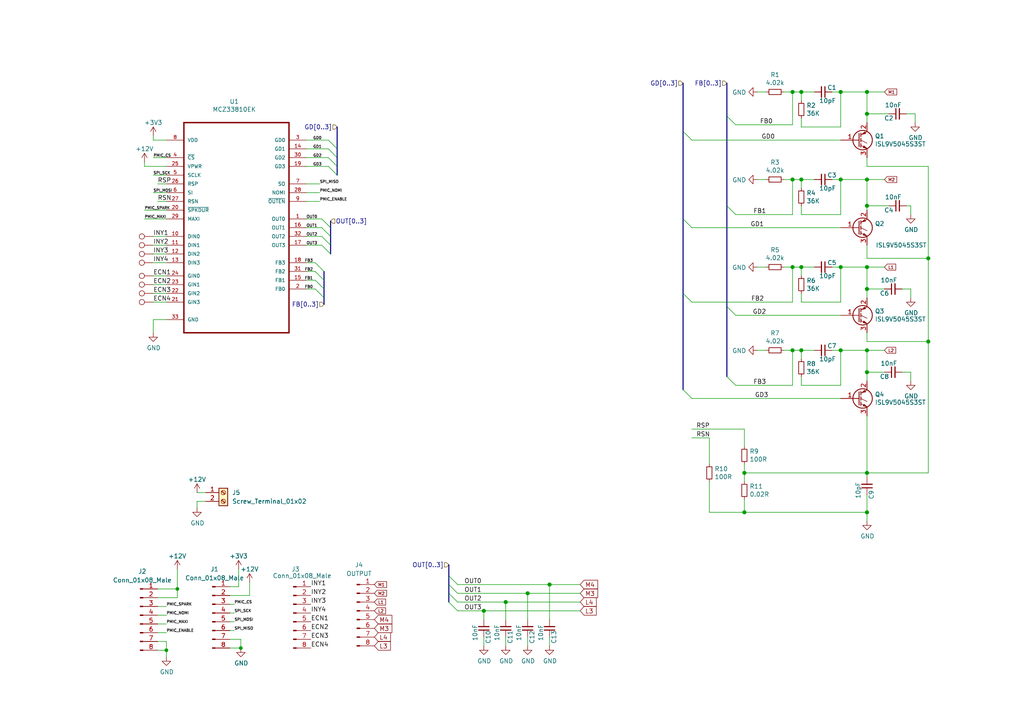
<source format=kicad_sch>
(kicad_sch (version 20211123) (generator eeschema)
  (paper "A4")
  (lib_symbols
    (symbol "Connector:Conn_01x08_Male" (pin_names (offset 1.016) hide)
      (property "Reference" "J" (at 0 10.16 0))
      (property "Value" "Conn_01x08_Male" (at 0 -12.7 0))
      (symbol "Conn_01x08_Male_1_1"
        (polyline (pts (xy 1.27 -10.16) (xy 0.8636 -10.16)) (stroke (width 0.1524)))
        (polyline (pts (xy 1.27 -7.62) (xy 0.8636 -7.62)) (stroke (width 0.1524)))
        (polyline (pts (xy 1.27 -5.08) (xy 0.8636 -5.08)) (stroke (width 0.1524)))
        (polyline (pts (xy 1.27 -2.54) (xy 0.8636 -2.54)) (stroke (width 0.1524)))
        (polyline (pts (xy 1.27 0) (xy 0.8636 0)) (stroke (width 0.1524)))
        (polyline (pts (xy 1.27 2.54) (xy 0.8636 2.54)) (stroke (width 0.1524)))
        (polyline (pts (xy 1.27 5.08) (xy 0.8636 5.08)) (stroke (width 0.1524)))
        (polyline (pts (xy 1.27 7.62) (xy 0.8636 7.62)) (stroke (width 0.1524)))
        (rectangle (start 0.8636 -10.033) (end 0 -10.287) (stroke (width 0.1524)) (fill (type outline)))
        (rectangle (start 0.8636 -7.493) (end 0 -7.747) (stroke (width 0.1524)) (fill (type outline)))
        (rectangle (start 0.8636 -4.953) (end 0 -5.207) (stroke (width 0.1524)) (fill (type outline)))
        (rectangle (start 0.8636 -2.413) (end 0 -2.667) (stroke (width 0.1524)) (fill (type outline)))
        (rectangle (start 0.8636 0.127) (end 0 -0.127) (stroke (width 0.1524)) (fill (type outline)))
        (rectangle (start 0.8636 2.667) (end 0 2.413) (stroke (width 0.1524)) (fill (type outline)))
        (rectangle (start 0.8636 5.207) (end 0 4.953) (stroke (width 0.1524)) (fill (type outline)))
        (rectangle (start 0.8636 7.747) (end 0 7.493) (stroke (width 0.1524)) (fill (type outline)))
        (pin passive line (at 5.08 7.62 180) (length 3.81) (name "Pin_1") (number "1"))
        (pin passive line (at 5.08 5.08 180) (length 3.81) (name "Pin_2") (number "2"))
        (pin passive line (at 5.08 2.54 180) (length 3.81) (name "Pin_3") (number "3"))
        (pin passive line (at 5.08 0 180) (length 3.81) (name "Pin_4") (number "4"))
        (pin passive line (at 5.08 -2.54 180) (length 3.81) (name "Pin_5") (number "5"))
        (pin passive line (at 5.08 -5.08 180) (length 3.81) (name "Pin_6") (number "6"))
        (pin passive line (at 5.08 -7.62 180) (length 3.81) (name "Pin_7") (number "7"))
        (pin passive line (at 5.08 -10.16 180) (length 3.81) (name "Pin_8") (number "8"))
      )
    )
    (symbol "Connector:Screw_Terminal_01x02" (pin_names (offset 1.016) hide)
      (property "Reference" "J" (at 0 2.54 0))
      (property "Value" "Screw_Terminal_01x02" (at 0 -5.08 0))
      (symbol "Screw_Terminal_01x02_1_1"
        (rectangle (start -1.27 1.27) (end 1.27 -3.81) (stroke (width 0.254)) (fill (type background)))
        (circle (center 0 -2.54) (radius 0.635) (stroke (width 0.1524)))
        (polyline (pts (xy -0.5334 -2.2098) (xy 0.3302 -3.048)) (stroke (width 0.1524)))
        (polyline (pts (xy -0.5334 0.3302) (xy 0.3302 -0.508)) (stroke (width 0.1524)))
        (polyline (pts (xy -0.3556 -2.032) (xy 0.508 -2.8702)) (stroke (width 0.1524)))
        (polyline (pts (xy -0.3556 0.508) (xy 0.508 -0.3302)) (stroke (width 0.1524)))
        (circle (center 0 0) (radius 0.635) (stroke (width 0.1524)))
        (pin passive line (at -5.08 0 0) (length 3.81) (name "Pin_1") (number "1"))
        (pin passive line (at -5.08 -2.54 0) (length 3.81) (name "Pin_2") (number "2"))
      )
    )
    (symbol "Connector:TestPoint" (pin_numbers hide) (pin_names (offset 0.762) hide)
      (property "Reference" "TP" (at 0 6.858 0))
      (property "Value" "TestPoint" (at 0 5.08 0))
      (symbol "TestPoint_0_1"
        (circle (center 0 3.302) (radius 0.762))
      )
      (symbol "TestPoint_1_1"
        (pin passive line (at 0 0 90) (length 2.54) (name "1") (number "1"))
      )
    )
    (symbol "Device:C_Small" (pin_numbers hide) (pin_names (offset 0.254) hide)
      (property "Reference" "C" (at 0.254 1.778 0))
      (property "Value" "C_Small" (at 0.254 -2.032 0))
      (symbol "C_Small_0_1"
        (polyline (pts (xy -1.524 -0.508) (xy 1.524 -0.508)) (stroke (width 0.3302)))
        (polyline (pts (xy -1.524 0.508) (xy 1.524 0.508)) (stroke (width 0.3048)))
      )
      (symbol "C_Small_1_1"
        (pin passive line (at 0 2.54 270) (length 2.032) (name "~") (number "1"))
        (pin passive line (at 0 -2.54 90) (length 2.032) (name "~") (number "2"))
      )
    )
    (symbol "Device:Q_NIGBT_GCE" (pin_names (offset 0) hide)
      (property "Reference" "Q" (at 5.08 1.27 0))
      (property "Value" "Q_NIGBT_GCE" (at 5.08 -1.27 0))
      (symbol "Q_NIGBT_GCE_0_1"
        (polyline (pts (xy 0.762 -1.016) (xy 0.762 -2.032)) (stroke (width 0.254)))
        (polyline (pts (xy 0.762 0.508) (xy 0.762 -0.508)) (stroke (width 0.254)))
        (polyline (pts (xy 0.762 2.032) (xy 0.762 1.016)) (stroke (width 0.254)))
        (polyline (pts (xy 2.54 -2.413) (xy 0.762 -1.524)))
        (polyline (pts (xy 2.54 -0.889) (xy 0.762 0)))
        (polyline (pts (xy 2.54 2.413) (xy 0.762 1.524)))
        (polyline (pts (xy 0.254 1.905) (xy 0.254 -1.905) (xy 0.254 -1.905)) (stroke (width 0.254)))
        (polyline (pts (xy 1.397 -2.159) (xy 1.651 -1.651) (xy 2.54 -2.413) (xy 1.397 -2.159)) (fill (type outline)))
        (polyline (pts (xy 2.159 1.905) (xy 1.905 2.413) (xy 1.016 1.651) (xy 2.159 1.905)) (fill (type outline)))
        (circle (center 1.27 0) (radius 2.8194) (stroke (width 0.254)))
      )
      (symbol "Q_NIGBT_GCE_1_1"
        (pin input line (at -5.08 0 0) (length 5.334) (name "G") (number "1"))
        (pin passive line (at 2.54 5.08 270) (length 2.54) (name "C") (number "2"))
        (pin passive line (at 2.54 -5.08 90) (length 2.54) (name "E") (number "3"))
      )
    )
    (symbol "Device:R_Small" (pin_numbers hide) (pin_names (offset 0.254) hide)
      (property "Reference" "R" (at 0.762 0.508 0))
      (property "Value" "R_Small" (at 0.762 -1.016 0))
      (symbol "R_Small_0_1"
        (rectangle (start -0.762 1.778) (end 0.762 -1.778) (stroke (width 0.2032)))
      )
      (symbol "R_Small_1_1"
        (pin passive line (at 0 2.54 270) (length 0.762) (name "~") (number "1"))
        (pin passive line (at 0 -2.54 90) (length 0.762) (name "~") (number "2"))
      )
    )
    (symbol "OpenEFI-STM32-rev3:MCZ33810EK" (pin_names (offset 1.016))
      (property "Reference" "U" (at -6.1722 37.8206 0))
      (property "Value" "MCZ33810EK" (at -3.3782 -45.1358 0))
      (symbol "MCZ33810EK_0_0"
        (polyline (pts (xy -15.875 -36.195) (xy 14.605 -36.195)) (stroke (width 0.4064)))
        (polyline (pts (xy -15.875 24.765) (xy -15.875 -36.195)) (stroke (width 0.4064)))
        (polyline (pts (xy 14.605 -36.195) (xy 14.605 24.765)) (stroke (width 0.4064)))
        (polyline (pts (xy 14.605 24.765) (xy -15.875 24.765)) (stroke (width 0.4064)))
        (pin output line (at 19.685 -3.175 180) (length 5.08) (name "OUT0") (number "1"))
        (pin input line (at -20.955 -8.255 0) (length 5.08) (name "DIN0") (number "10"))
        (pin input line (at -20.955 -10.795 0) (length 5.08) (name "DIN1") (number "11"))
        (pin input line (at -20.955 -13.335 0) (length 5.08) (name "DIN2") (number "12"))
        (pin input line (at -20.955 -15.875 0) (length 5.08) (name "DIN3") (number "13"))
        (pin output line (at 19.685 17.145 180) (length 5.08) (name "GD1") (number "14"))
        (pin input line (at 19.685 -20.955 180) (length 5.08) (name "FB1") (number "15"))
        (pin output line (at 19.685 -5.715 180) (length 5.08) (name "OUT1") (number "16"))
        (pin output line (at 19.685 -10.795 180) (length 5.08) (name "OUT3") (number "17"))
        (pin input line (at 19.685 -15.875 180) (length 5.08) (name "FB3") (number "18"))
        (pin output line (at 19.685 12.065 180) (length 5.08) (name "GD3") (number "19"))
        (pin input line (at 19.685 -23.495 180) (length 5.08) (name "FB0") (number "2"))
        (pin input line (at -20.955 -0.635 0) (length 5.08) (name "~{SPKDUR}") (number "20"))
        (pin input line (at -20.955 -27.305 0) (length 5.08) (name "GIN3") (number "21"))
        (pin input line (at -20.955 -24.765 0) (length 5.08) (name "GIN2") (number "22"))
        (pin input line (at -20.955 -22.225 0) (length 5.08) (name "GIN1") (number "23"))
        (pin input line (at -20.955 -19.685 0) (length 5.08) (name "GIN0") (number "24"))
        (pin input line (at -20.955 12.065 0) (length 5.08) (name "VPWR") (number "25"))
        (pin input line (at -20.955 6.985 0) (length 5.08) (name "RSP") (number "26"))
        (pin input line (at -20.955 1.905 0) (length 5.08) (name "RSN") (number "27"))
        (pin output line (at 19.685 4.445 180) (length 5.08) (name "NOMI") (number "28"))
        (pin input line (at -20.955 -3.175 0) (length 5.08) (name "MAXI") (number "29"))
        (pin output line (at 19.685 19.685 180) (length 5.08) (name "GD0") (number "3"))
        (pin output line (at 19.685 14.605 180) (length 5.08) (name "GD2") (number "30"))
        (pin input line (at 19.685 -18.415 180) (length 5.08) (name "FB2") (number "31"))
        (pin output line (at 19.685 -8.255 180) (length 5.08) (name "OUT2") (number "32"))
        (pin passive line (at -20.955 -32.385 0) (length 5.08) (name "GND") (number "33"))
        (pin input line (at -20.955 14.605 0) (length 5.08) (name "~{CS}") (number "4"))
        (pin input line (at -20.955 9.525 0) (length 5.08) (name "SCLK") (number "5"))
        (pin input line (at -20.955 4.445 0) (length 5.08) (name "SI") (number "6"))
        (pin output line (at 19.685 6.985 180) (length 5.08) (name "SO") (number "7"))
        (pin power_in line (at -20.955 19.685 0) (length 5.08) (name "VDD") (number "8"))
        (pin output line (at 19.685 1.905 180) (length 5.08) (name "~{OUTEN}") (number "9"))
      )
    )
    (symbol "power:+12V" (power) (pin_names (offset 0))
      (property "Value" "+12V" (at 0 3.556 0))
      (symbol "+12V_0_1"
        (polyline (pts (xy -0.762 1.27) (xy 0 2.54)))
        (polyline (pts (xy 0 0) (xy 0 2.54)))
        (polyline (pts (xy 0 2.54) (xy 0.762 1.27)))
      )
      (symbol "+12V_1_1"
        (pin power_in line (at 0 0 90) (length 0) hide (name "+12V") (number "1"))
      )
    )
    (symbol "power:+3.3V" (power) (pin_names (offset 0))
      (property "Value" "+3.3V" (at 0 3.556 0))
      (symbol "+3.3V_0_1"
        (polyline (pts (xy -0.762 1.27) (xy 0 2.54)))
        (polyline (pts (xy 0 0) (xy 0 2.54)))
        (polyline (pts (xy 0 2.54) (xy 0.762 1.27)))
      )
      (symbol "+3.3V_1_1"
        (pin power_in line (at 0 0 90) (length 0) hide (name "+3V3") (number "1"))
      )
    )
    (symbol "power:GND" (power) (pin_names (offset 0))
      (property "Value" "GND" (at 0 -3.81 0))
      (symbol "GND_0_1"
        (polyline (pts (xy 0 0) (xy 0 -1.27) (xy 1.27 -1.27) (xy 0 -2.54) (xy -1.27 -1.27) (xy 0 -1.27)))
      )
      (symbol "GND_1_1"
        (pin power_in line (at 0 0 270) (length 0) hide (name "GND") (number "1"))
      )
    )
  )
  (junction (at 229.87 52.07) (diameter 1.016))
  (junction (at 48.26 188.595))
  (junction (at 251.46 107.95) (diameter 1.016))
  (junction (at 146.685 174.625) (diameter 1.016))
  (junction (at 251.46 33.02) (diameter 1.016))
  (junction (at 215.9 148.59) (diameter 1.016))
  (junction (at 159.385 169.545) (diameter 1.016))
  (junction (at 243.84 77.47) (diameter 1.016))
  (junction (at 232.41 101.6) (diameter 1.016))
  (junction (at 251.46 148.59) (diameter 1.016))
  (junction (at 215.9 137.16) (diameter 1.016))
  (junction (at 243.84 101.6) (diameter 1.016))
  (junction (at 229.87 77.47) (diameter 1.016))
  (junction (at 243.84 52.07) (diameter 1.016))
  (junction (at 251.46 26.67) (diameter 1.016))
  (junction (at 251.46 137.16) (diameter 1.016))
  (junction (at 243.84 26.67) (diameter 1.016))
  (junction (at 269.24 74.93) (diameter 1.016))
  (junction (at 140.335 177.165) (diameter 1.016))
  (junction (at 269.24 99.06) (diameter 1.016))
  (junction (at 251.46 83.82) (diameter 1.016))
  (junction (at 229.87 101.6) (diameter 1.016))
  (junction (at 251.46 101.6) (diameter 1.016))
  (junction (at 232.41 26.67) (diameter 1.016))
  (junction (at 229.87 26.67) (diameter 1.016))
  (junction (at 251.46 77.47) (diameter 1.016))
  (junction (at 251.46 59.69) (diameter 1.016))
  (junction (at 51.435 170.815))
  (junction (at 251.46 52.07) (diameter 1.016))
  (junction (at 69.85 187.96))
  (junction (at 232.41 77.47) (diameter 1.016))
  (junction (at 153.035 172.085) (diameter 1.016))
  (junction (at 232.41 52.07) (diameter 1.016))
  (bus_entry (at 91.44 76.2) (size 2.54 2.54) (stroke (width 0.1524)))
  (bus_entry (at 95.25 40.64) (size 2.54 2.54) (stroke (width 0.1524)))
  (bus_entry (at 198.12 63.5) (size 2.54 2.54) (stroke (width 0.1524)))
  (bus_entry (at 210.82 33.655) (size 2.54 2.54) (stroke (width 0.1524)))
  (bus_entry (at 93.345 66.04) (size 2.54 2.54) (stroke (width 0.1524)))
  (bus_entry (at 198.12 113.03) (size 2.54 2.54) (stroke (width 0.1524)))
  (bus_entry (at 95.25 48.26) (size 2.54 2.54) (stroke (width 0.1524)))
  (bus_entry (at 91.44 81.28) (size 2.54 2.54) (stroke (width 0.1524)))
  (bus_entry (at 198.12 38.1) (size 2.54 2.54) (stroke (width 0.1524)))
  (bus_entry (at 130.175 169.545) (size 2.54 2.54) (stroke (width 0.1524)))
  (bus_entry (at 210.82 109.22) (size 2.54 2.54) (stroke (width 0.1524)))
  (bus_entry (at 130.175 172.085) (size 2.54 2.54) (stroke (width 0.1524)))
  (bus_entry (at 93.345 63.5) (size 2.54 2.54) (stroke (width 0.1524)))
  (bus_entry (at 91.44 83.82) (size 2.54 2.54) (stroke (width 0.1524)))
  (bus_entry (at 95.25 43.18) (size 2.54 2.54) (stroke (width 0.1524)))
  (bus_entry (at 93.345 71.12) (size 2.54 2.54) (stroke (width 0.1524)))
  (bus_entry (at 130.175 167.005) (size 2.54 2.54) (stroke (width 0.1524)))
  (bus_entry (at 93.345 68.58) (size 2.54 2.54) (stroke (width 0.1524)))
  (bus_entry (at 198.12 85.09) (size 2.54 2.54) (stroke (width 0.1524)))
  (bus_entry (at 210.82 88.9) (size 2.54 2.54) (stroke (width 0.1524)))
  (bus_entry (at 210.82 59.69) (size 2.54 2.54) (stroke (width 0.1524)))
  (bus_entry (at 95.25 45.72) (size 2.54 2.54) (stroke (width 0.1524)))
  (bus_entry (at 130.175 174.625) (size 2.54 2.54) (stroke (width 0.1524)))
  (bus_entry (at 91.44 78.74) (size 2.54 2.54) (stroke (width 0.1524)))
  (wire (pts (xy 219.71 101.6) (xy 222.25 101.6)))
  (wire (pts (xy 69.215 170.18) (xy 66.675 170.18)))
  (wire (pts (xy 88.9 66.04) (xy 93.345 66.04)))
  (wire (pts (xy 243.84 52.07) (xy 241.3 52.07)))
  (wire (pts (xy 200.66 124.46) (xy 215.9 124.46)))
  (wire (pts (xy 229.87 52.07) (xy 229.87 62.23)))
  (wire (pts (xy 45.72 186.055) (xy 48.26 186.055)))
  (wire (pts (xy 256.54 107.95) (xy 251.46 107.95)))
  (wire (pts (xy 262.89 33.02) (xy 265.43 33.02)))
  (bus (pts (xy 198.12 38.1) (xy 198.12 63.5)))
  (wire (pts (xy 72.39 168.91) (xy 72.39 172.72)))
  (wire (pts (xy 227.33 77.47) (xy 229.87 77.47)))
  (wire (pts (xy 215.9 148.59) (xy 251.46 148.59)))
  (wire (pts (xy 45.72 178.435) (xy 48.26 178.435)))
  (wire (pts (xy 264.16 59.69) (xy 264.16 62.23)))
  (wire (pts (xy 66.675 180.34) (xy 67.945 180.34)))
  (wire (pts (xy 251.46 59.69) (xy 251.46 60.96)))
  (wire (pts (xy 48.26 188.595) (xy 48.26 190.5)))
  (wire (pts (xy 69.215 165.1) (xy 69.215 170.18)))
  (bus (pts (xy 93.98 78.74) (xy 93.98 81.28)))
  (wire (pts (xy 269.24 48.26) (xy 269.24 74.93)))
  (bus (pts (xy 97.79 48.26) (xy 97.79 50.8)))
  (wire (pts (xy 243.84 52.07) (xy 243.84 62.23)))
  (wire (pts (xy 153.035 172.085) (xy 168.275 172.085)))
  (wire (pts (xy 251.46 26.67) (xy 251.46 33.02)))
  (wire (pts (xy 146.685 174.625) (xy 146.685 179.705)))
  (wire (pts (xy 200.66 87.63) (xy 229.87 87.63)))
  (wire (pts (xy 251.46 148.59) (xy 251.46 151.13)))
  (wire (pts (xy 232.41 77.47) (xy 236.22 77.47)))
  (wire (pts (xy 159.385 184.785) (xy 159.385 187.325)))
  (wire (pts (xy 66.675 185.42) (xy 69.85 185.42)))
  (bus (pts (xy 130.175 169.545) (xy 130.175 172.085)))
  (wire (pts (xy 51.435 165.1) (xy 51.435 170.815)))
  (bus (pts (xy 95.885 68.58) (xy 95.885 71.12)))
  (wire (pts (xy 229.87 77.47) (xy 232.41 77.47)))
  (wire (pts (xy 44.45 82.55) (xy 48.26 82.55)))
  (wire (pts (xy 251.46 120.65) (xy 251.46 137.16)))
  (wire (pts (xy 219.71 26.67) (xy 222.25 26.67)))
  (wire (pts (xy 132.715 174.625) (xy 146.685 174.625)))
  (bus (pts (xy 93.98 83.82) (xy 93.98 86.36)))
  (bus (pts (xy 210.82 24.13) (xy 210.82 33.655)))
  (wire (pts (xy 232.41 29.21) (xy 232.41 26.67)))
  (wire (pts (xy 227.33 101.6) (xy 229.87 101.6)))
  (wire (pts (xy 51.435 170.815) (xy 51.435 173.355)))
  (wire (pts (xy 44.45 73.66) (xy 48.26 73.66)))
  (wire (pts (xy 251.46 99.06) (xy 269.24 99.06)))
  (wire (pts (xy 243.84 101.6) (xy 243.84 111.76)))
  (wire (pts (xy 229.87 77.47) (xy 229.87 87.63)))
  (wire (pts (xy 153.035 172.085) (xy 153.035 179.705)))
  (wire (pts (xy 251.46 45.72) (xy 251.46 48.26)))
  (wire (pts (xy 232.41 87.63) (xy 232.41 85.09)))
  (wire (pts (xy 88.9 71.12) (xy 93.345 71.12)))
  (wire (pts (xy 229.87 101.6) (xy 232.41 101.6)))
  (wire (pts (xy 45.72 58.42) (xy 48.26 58.42)))
  (wire (pts (xy 200.66 40.64) (xy 243.84 40.64)))
  (wire (pts (xy 215.9 144.78) (xy 215.9 148.59)))
  (wire (pts (xy 251.46 77.47) (xy 256.54 77.47)))
  (wire (pts (xy 88.9 40.64) (xy 95.25 40.64)))
  (wire (pts (xy 219.71 52.07) (xy 222.25 52.07)))
  (wire (pts (xy 229.87 26.67) (xy 232.41 26.67)))
  (wire (pts (xy 251.46 96.52) (xy 251.46 99.06)))
  (wire (pts (xy 213.36 36.195) (xy 229.87 36.195)))
  (wire (pts (xy 88.9 58.42) (xy 92.71 58.42)))
  (wire (pts (xy 44.45 96.52) (xy 44.45 92.71)))
  (wire (pts (xy 45.72 175.895) (xy 48.26 175.895)))
  (bus (pts (xy 97.79 36.83) (xy 97.79 43.18)))
  (wire (pts (xy 41.91 60.96) (xy 48.26 60.96)))
  (wire (pts (xy 205.74 148.59) (xy 215.9 148.59)))
  (wire (pts (xy 88.9 68.58) (xy 93.345 68.58)))
  (wire (pts (xy 88.9 78.74) (xy 91.44 78.74)))
  (bus (pts (xy 95.885 64.135) (xy 95.885 66.04)))
  (wire (pts (xy 44.45 55.88) (xy 48.26 55.88)))
  (wire (pts (xy 88.9 53.34) (xy 92.71 53.34)))
  (bus (pts (xy 130.175 167.005) (xy 130.175 169.545)))
  (wire (pts (xy 205.74 139.7) (xy 205.74 148.59)))
  (wire (pts (xy 146.685 174.625) (xy 168.275 174.625)))
  (wire (pts (xy 45.72 188.595) (xy 48.26 188.595)))
  (wire (pts (xy 88.9 63.5) (xy 93.345 63.5)))
  (wire (pts (xy 261.62 107.95) (xy 264.16 107.95)))
  (wire (pts (xy 243.84 26.67) (xy 243.84 36.83)))
  (wire (pts (xy 232.41 101.6) (xy 236.22 101.6)))
  (wire (pts (xy 257.81 59.69) (xy 251.46 59.69)))
  (wire (pts (xy 66.675 187.96) (xy 69.85 187.96)))
  (wire (pts (xy 88.9 48.26) (xy 95.25 48.26)))
  (wire (pts (xy 232.41 62.23) (xy 232.41 59.69)))
  (wire (pts (xy 132.715 177.165) (xy 140.335 177.165)))
  (wire (pts (xy 251.46 77.47) (xy 251.46 83.82)))
  (wire (pts (xy 251.46 137.16) (xy 251.46 138.43)))
  (bus (pts (xy 93.98 81.28) (xy 93.98 83.82)))
  (wire (pts (xy 262.89 59.69) (xy 264.16 59.69)))
  (bus (pts (xy 97.79 45.72) (xy 97.79 48.26)))
  (bus (pts (xy 130.175 172.085) (xy 130.175 174.625)))
  (wire (pts (xy 205.74 127) (xy 205.74 134.62)))
  (wire (pts (xy 251.46 52.07) (xy 256.54 52.07)))
  (wire (pts (xy 243.84 101.6) (xy 251.46 101.6)))
  (bus (pts (xy 210.82 88.9) (xy 210.82 109.22)))
  (wire (pts (xy 44.45 76.2) (xy 48.26 76.2)))
  (wire (pts (xy 251.46 52.07) (xy 251.46 59.69)))
  (wire (pts (xy 251.46 83.82) (xy 251.46 86.36)))
  (wire (pts (xy 243.84 77.47) (xy 243.84 87.63)))
  (wire (pts (xy 51.435 173.355) (xy 45.72 173.355)))
  (wire (pts (xy 243.84 36.83) (xy 232.41 36.83)))
  (bus (pts (xy 210.82 33.655) (xy 210.82 59.69)))
  (wire (pts (xy 44.45 39.37) (xy 44.45 40.64)))
  (wire (pts (xy 44.45 68.58) (xy 48.26 68.58)))
  (wire (pts (xy 45.72 53.34) (xy 48.26 53.34)))
  (wire (pts (xy 44.45 80.01) (xy 48.26 80.01)))
  (wire (pts (xy 88.9 55.88) (xy 92.71 55.88)))
  (wire (pts (xy 66.675 182.88) (xy 67.945 182.88)))
  (wire (pts (xy 66.675 177.8) (xy 67.945 177.8)))
  (wire (pts (xy 41.91 48.26) (xy 48.26 48.26)))
  (wire (pts (xy 251.46 101.6) (xy 251.46 107.95)))
  (wire (pts (xy 45.72 183.515) (xy 48.26 183.515)))
  (wire (pts (xy 215.9 124.46) (xy 215.9 129.54)))
  (wire (pts (xy 48.26 186.055) (xy 48.26 188.595)))
  (wire (pts (xy 57.15 142.875) (xy 59.69 142.875)))
  (bus (pts (xy 198.12 24.13) (xy 198.12 38.1)))
  (wire (pts (xy 229.87 101.6) (xy 229.87 111.76)))
  (wire (pts (xy 215.9 137.16) (xy 251.46 137.16)))
  (wire (pts (xy 243.84 101.6) (xy 241.3 101.6)))
  (wire (pts (xy 146.685 184.785) (xy 146.685 187.325)))
  (wire (pts (xy 215.9 134.62) (xy 215.9 137.16)))
  (wire (pts (xy 227.33 52.07) (xy 229.87 52.07)))
  (wire (pts (xy 232.41 111.76) (xy 232.41 109.22)))
  (wire (pts (xy 264.16 83.82) (xy 264.16 86.36)))
  (wire (pts (xy 45.72 180.975) (xy 48.26 180.975)))
  (wire (pts (xy 257.81 33.02) (xy 251.46 33.02)))
  (wire (pts (xy 132.715 169.545) (xy 159.385 169.545)))
  (wire (pts (xy 229.87 26.67) (xy 229.87 36.195)))
  (wire (pts (xy 69.85 185.42) (xy 69.85 187.96)))
  (wire (pts (xy 243.84 52.07) (xy 251.46 52.07)))
  (wire (pts (xy 88.9 81.28) (xy 91.44 81.28)))
  (wire (pts (xy 251.46 101.6) (xy 256.54 101.6)))
  (wire (pts (xy 140.335 184.785) (xy 140.335 187.325)))
  (wire (pts (xy 213.36 62.23) (xy 229.87 62.23)))
  (wire (pts (xy 243.84 111.76) (xy 232.41 111.76)))
  (wire (pts (xy 140.335 177.165) (xy 168.275 177.165)))
  (wire (pts (xy 243.84 77.47) (xy 251.46 77.47)))
  (wire (pts (xy 251.46 33.02) (xy 251.46 35.56)))
  (bus (pts (xy 210.82 59.69) (xy 210.82 88.9)))
  (wire (pts (xy 44.45 71.12) (xy 48.26 71.12)))
  (wire (pts (xy 243.84 77.47) (xy 241.3 77.47)))
  (wire (pts (xy 264.16 107.95) (xy 264.16 110.49)))
  (wire (pts (xy 251.46 48.26) (xy 269.24 48.26)))
  (wire (pts (xy 45.72 170.815) (xy 51.435 170.815)))
  (wire (pts (xy 66.675 175.26) (xy 67.945 175.26)))
  (wire (pts (xy 229.87 52.07) (xy 232.41 52.07)))
  (wire (pts (xy 88.9 43.18) (xy 95.25 43.18)))
  (bus (pts (xy 95.885 71.12) (xy 95.885 73.66)))
  (wire (pts (xy 88.9 83.82) (xy 91.44 83.82)))
  (wire (pts (xy 269.24 99.06) (xy 269.24 137.16)))
  (wire (pts (xy 72.39 172.72) (xy 66.675 172.72)))
  (wire (pts (xy 159.385 169.545) (xy 168.275 169.545)))
  (wire (pts (xy 44.45 87.63) (xy 48.26 87.63)))
  (bus (pts (xy 198.12 63.5) (xy 198.12 85.09)))
  (wire (pts (xy 269.24 74.93) (xy 269.24 99.06)))
  (wire (pts (xy 232.41 104.14) (xy 232.41 101.6)))
  (wire (pts (xy 200.66 115.57) (xy 243.84 115.57)))
  (wire (pts (xy 243.84 62.23) (xy 232.41 62.23)))
  (wire (pts (xy 44.45 45.72) (xy 48.26 45.72)))
  (wire (pts (xy 41.91 46.99) (xy 41.91 48.26)))
  (wire (pts (xy 251.46 74.93) (xy 269.24 74.93)))
  (wire (pts (xy 232.41 80.01) (xy 232.41 77.47)))
  (wire (pts (xy 41.91 63.5) (xy 48.26 63.5)))
  (bus (pts (xy 93.98 86.36) (xy 93.98 88.265)))
  (wire (pts (xy 213.36 111.76) (xy 229.87 111.76)))
  (wire (pts (xy 251.46 71.12) (xy 251.46 74.93)))
  (bus (pts (xy 130.175 163.83) (xy 130.175 167.005)))
  (wire (pts (xy 261.62 83.82) (xy 264.16 83.82)))
  (wire (pts (xy 232.41 52.07) (xy 236.22 52.07)))
  (wire (pts (xy 153.035 184.785) (xy 153.035 187.325)))
  (wire (pts (xy 88.9 45.72) (xy 95.25 45.72)))
  (bus (pts (xy 97.79 43.18) (xy 97.79 45.72)))
  (wire (pts (xy 88.9 76.2) (xy 91.44 76.2)))
  (wire (pts (xy 57.15 145.415) (xy 59.69 145.415)))
  (wire (pts (xy 213.36 91.44) (xy 243.84 91.44)))
  (wire (pts (xy 251.46 107.95) (xy 251.46 110.49)))
  (wire (pts (xy 159.385 169.545) (xy 159.385 179.705)))
  (wire (pts (xy 243.84 26.67) (xy 241.3 26.67)))
  (wire (pts (xy 44.45 50.8) (xy 48.26 50.8)))
  (wire (pts (xy 57.15 147.32) (xy 57.15 145.415)))
  (wire (pts (xy 44.45 92.71) (xy 48.26 92.71)))
  (wire (pts (xy 232.41 36.83) (xy 232.41 34.29)))
  (wire (pts (xy 232.41 26.67) (xy 236.22 26.67)))
  (wire (pts (xy 243.84 26.67) (xy 251.46 26.67)))
  (wire (pts (xy 44.45 40.64) (xy 48.26 40.64)))
  (wire (pts (xy 219.71 77.47) (xy 222.25 77.47)))
  (wire (pts (xy 269.24 137.16) (xy 251.46 137.16)))
  (wire (pts (xy 200.66 66.04) (xy 243.84 66.04)))
  (wire (pts (xy 132.715 172.085) (xy 153.035 172.085)))
  (wire (pts (xy 256.54 83.82) (xy 251.46 83.82)))
  (wire (pts (xy 215.9 137.16) (xy 215.9 139.7)))
  (wire (pts (xy 265.43 33.02) (xy 265.43 35.56)))
  (wire (pts (xy 140.335 177.165) (xy 140.335 179.705)))
  (wire (pts (xy 232.41 54.61) (xy 232.41 52.07)))
  (wire (pts (xy 227.33 26.67) (xy 229.87 26.67)))
  (bus (pts (xy 95.885 66.04) (xy 95.885 68.58)))
  (bus (pts (xy 198.12 85.09) (xy 198.12 113.03)))
  (wire (pts (xy 200.66 127) (xy 205.74 127)))
  (wire (pts (xy 251.46 143.51) (xy 251.46 148.59)))
  (wire (pts (xy 44.45 85.09) (xy 48.26 85.09)))
  (wire (pts (xy 251.46 26.67) (xy 256.54 26.67)))
  (wire (pts (xy 243.84 87.63) (xy 232.41 87.63)))
  (label "SPI_MISO" (at 67.945 182.88 0) (effects (font (size 0.7874 0.7874))))
  (label "INY4" (at 44.45 76.2 0))
  (label "PMIC_NOMI" (at 48.26 178.435 0) (effects (font (size 0.7874 0.7874))))
  (label "PMIC_SPARK" (at 48.26 175.895 0) (effects (font (size 0.7874 0.7874))))
  (label "PMIC_ENABLE" (at 48.26 183.515 0) (effects (font (size 0.7874 0.7874))))
  (label "SPI_MISO" (at 92.71 53.34 0) (effects (font (size 0.7874 0.7874))))
  (label "ECN2" (at 44.45 82.55 0))
  (label "GD1" (at 93.345 43.18 180) (effects (font (size 0.8 0.8))))
  (label "INY3" (at 90.17 175.26 0))
  (label "GD1" (at 221.615 66.04 180))
  (label "PMIC_ENABLE" (at 92.71 58.42 0) (effects (font (size 0.7874 0.7874))))
  (label "SPI_MOSI" (at 44.45 55.88 0) (effects (font (size 0.7874 0.7874))))
  (label "OUT0" (at 92.075 63.5 180) (effects (font (size 0.8 0.8))))
  (label "SPI_SCK" (at 67.945 177.8 0) (effects (font (size 0.7874 0.7874))))
  (label "FB1" (at 222.25 62.23 180))
  (label "INY2" (at 90.17 172.72 0))
  (label "ECN3" (at 90.17 185.42 0))
  (label "GD0" (at 93.345 40.64 180) (effects (font (size 0.8 0.8))))
  (label "RSP" (at 45.72 53.34 0))
  (label "OUT3" (at 92.075 71.12 180) (effects (font (size 0.8 0.8))))
  (label "FB1" (at 90.805 81.28 180) (effects (font (size 0.8 0.8))))
  (label "PMIC_CS" (at 44.45 45.72 0) (effects (font (size 0.7874 0.7874))))
  (label "SPI_MOSI" (at 67.945 180.34 0) (effects (font (size 0.7874 0.7874))))
  (label "INY1" (at 90.17 170.18 0))
  (label "PMIC_CS" (at 67.945 175.26 0) (effects (font (size 0.7874 0.7874))))
  (label "ECN4" (at 44.45 87.63 0))
  (label "ECN4" (at 90.17 187.96 0))
  (label "OUT1" (at 139.7 172.085 180))
  (label "OUT0" (at 139.7 169.545 180))
  (label "GD2" (at 93.345 45.72 180) (effects (font (size 0.8 0.8))))
  (label "SPI_SCK" (at 44.45 50.8 0) (effects (font (size 0.7874 0.7874))))
  (label "PMIC_NOMI" (at 92.71 55.88 0) (effects (font (size 0.7874 0.7874))))
  (label "PMIC_MAXI" (at 41.91 63.5 0) (effects (font (size 0.7874 0.7874))))
  (label "OUT2" (at 92.075 68.58 180) (effects (font (size 0.8 0.8))))
  (label "FB2" (at 221.615 87.63 180))
  (label "PMIC_SPARK" (at 41.91 60.96 0) (effects (font (size 0.7874 0.7874))))
  (label "INY3" (at 44.45 73.66 0))
  (label "GD2" (at 222.25 91.44 180))
  (label "FB0" (at 224.155 36.195 180))
  (label "FB0" (at 90.805 83.82 180) (effects (font (size 0.8 0.8))))
  (label "ECN1" (at 90.17 180.34 0))
  (label "INY2" (at 44.45 71.12 0))
  (label "INY4" (at 90.17 177.8 0))
  (label "GD0" (at 224.79 40.64 180))
  (label "RSN" (at 201.93 127 0))
  (label "PMIC_MAXI" (at 48.26 180.975 0) (effects (font (size 0.7874 0.7874))))
  (label "INY1" (at 44.45 68.58 0))
  (label "OUT3" (at 139.7 177.165 180))
  (label "RSP" (at 201.93 124.46 0))
  (label "ECN1" (at 44.45 80.01 0))
  (label "FB2" (at 90.805 78.74 180) (effects (font (size 0.8 0.8))))
  (label "ECN3" (at 44.45 85.09 0))
  (label "FB3" (at 90.805 76.2 180) (effects (font (size 0.8 0.8))))
  (label "GD3" (at 222.885 115.57 180))
  (label "GD3" (at 93.345 48.26 180) (effects (font (size 0.8 0.8))))
  (label "RSN" (at 45.72 58.42 0))
  (label "OUT1" (at 92.075 66.04 180) (effects (font (size 0.8 0.8))))
  (label "FB3" (at 222.25 111.76 180))
  (label "OUT2" (at 139.7 174.625 180))
  (label "ECN2" (at 90.17 182.88 0))
  (global_label "L3" (shape input) (at 168.275 177.165 0) (property "Intersheet References" "${INTERSHEET_REFS}" (effects hide)))
  (global_label "L4" (shape input) (at 108.585 184.785 0) (property "Intersheet References" "${INTERSHEET_REFS}" (effects hide)))
  (global_label "M4" (shape input) (at 108.585 179.705 0) (property "Intersheet References" "${INTERSHEET_REFS}" (effects hide)))
  (global_label "L3" (shape input) (at 108.585 187.325 0) (property "Intersheet References" "${INTERSHEET_REFS}" (effects hide)))
  (global_label "M4" (shape input) (at 168.275 169.545 0) (property "Intersheet References" "${INTERSHEET_REFS}" (effects hide)))
  (global_label "L4" (shape input) (at 168.275 174.625 0) (property "Intersheet References" "${INTERSHEET_REFS}" (effects hide)))
  (global_label "M1" (shape input) (at 108.585 169.545 0) (effects (font (size 0.889 0.889))) (property "Intersheet References" "${INTERSHEET_REFS}" (effects hide)))
  (global_label "L2" (shape input) (at 256.54 101.6 0) (effects (font (size 0.889 0.889))) (property "Intersheet References" "${INTERSHEET_REFS}" (effects hide)))
  (global_label "M2" (shape input) (at 108.585 172.085 0) (effects (font (size 0.889 0.889))) (property "Intersheet References" "${INTERSHEET_REFS}" (effects hide)))
  (global_label "L1" (shape input) (at 108.585 174.625 0) (effects (font (size 0.889 0.889))) (property "Intersheet References" "${INTERSHEET_REFS}" (effects hide)))
  (global_label "M3" (shape input) (at 168.275 172.085 0) (property "Intersheet References" "${INTERSHEET_REFS}" (effects hide)))
  (global_label "M2" (shape input) (at 256.54 52.07 0) (effects (font (size 0.889 0.889))) (property "Intersheet References" "${INTERSHEET_REFS}" (effects hide)))
  (global_label "L2" (shape input) (at 108.585 177.165 0) (effects (font (size 0.889 0.889))) (property "Intersheet References" "${INTERSHEET_REFS}" (effects hide)))
  (global_label "M3" (shape input) (at 108.585 182.245 0) (property "Intersheet References" "${INTERSHEET_REFS}" (effects hide)))
  (global_label "M1" (shape input) (at 256.54 26.67 0) (effects (font (size 0.889 0.889))) (property "Intersheet References" "${INTERSHEET_REFS}" (effects hide)))
  (global_label "L1" (shape input) (at 256.54 77.47 0) (effects (font (size 0.889 0.889))) (property "Intersheet References" "${INTERSHEET_REFS}" (effects hide)))
  (hierarchical_label "GD[0..3]" (shape input) (at 198.12 24.13 180))
  (hierarchical_label "OUT[0..3]" (shape input) (at 130.175 163.83 180))
  (hierarchical_label "OUT[0..3]" (shape input) (at 95.885 64.135 0))
  (hierarchical_label "FB[0..3]" (shape input) (at 93.98 88.265 180))
  (hierarchical_label "GD[0..3]" (shape input) (at 97.79 36.83 180))
  (hierarchical_label "FB[0..3]" (shape input) (at 210.82 24.13 180))
  (symbol (lib_id "Device:C_Small") (at 159.385 182.245 0) (mirror x) (unit 1)
    (property "Reference" "C13" (at 160.655 184.785 90))
    (property "Value" "10nF" (at 156.845 183.515 90))
    (property "Footprint" "Capacitor_SMD:C_0603_1608Metric" (effects hide))
    (property "LCSC" "C100042" (effects hide))
  )
  (symbol (lib_id "power:GND") (at 44.45 96.52 0) (unit 1)
    (property "Reference" "#PWR0107" (effects hide))
    (property "Value" "GND" (at 44.577 100.9142 0))
  )
  (symbol (lib_id "Connector:Conn_01x08_Male") (at 85.09 177.8 0) (unit 1)
    (property "Reference" "J3" (at 85.725 165.1 0))
    (property "Value" "Conn_01x08_Male" (at 87.63 167.005 0))
    (property "Footprint" "Connector_PinHeader_1.00mm:PinHeader_1x08_P1.00mm_Vertical" (effects hide))
  )
  (symbol (lib_id "power:+12V") (at 72.39 168.91 0) (unit 1)
    (property "Reference" "#PWR05" (effects hide))
    (property "Value" "+12V" (at 72.39 165.1 0))
  )
  (symbol (lib_id "Device:C_Small") (at 140.335 182.245 0) (mirror x) (unit 1)
    (property "Reference" "C10" (at 141.605 184.785 90))
    (property "Value" "10nF" (at 137.795 183.515 90))
    (property "Footprint" "Capacitor_SMD:C_0603_1608Metric" (effects hide))
    (property "LCSC" "C100042" (effects hide))
  )
  (symbol (lib_id "Connector:Conn_01x08_Male") (at 40.64 178.435 0) (unit 1)
    (property "Reference" "J2" (at 41.275 165.735 0))
    (property "Value" "Conn_01x08_Male" (at 41.275 168.275 0))
    (property "Footprint" "Connector_PinHeader_1.00mm:PinHeader_1x08_P1.00mm_Vertical" (effects hide))
  )
  (symbol (lib_id "power:GND") (at 48.26 190.5 0) (unit 1)
    (property "Reference" "#PWR07" (effects hide))
    (property "Value" "GND" (at 48.387 194.8942 0))
  )
  (symbol (lib_id "Device:C_Small") (at 146.685 182.245 0) (mirror x) (unit 1)
    (property "Reference" "C11" (at 147.955 184.785 90))
    (property "Value" "10nF" (at 144.145 183.515 90))
    (property "Footprint" "Capacitor_SMD:C_0603_1608Metric" (effects hide))
    (property "LCSC" "C100042" (effects hide))
  )
  (symbol (lib_id "Device:R_Small") (at 232.41 106.68 0) (unit 1)
    (property "Reference" "R8" (at 233.9086 105.5116 0) (effects (justify left)))
    (property "Value" "36K" (at 233.9086 107.823 0) (effects (justify left)))
    (property "Footprint" "Resistor_SMD:R_0603_1608Metric" (effects hide))
    (property "LCSC" "C192548" (effects hide))
  )
  (symbol (lib_id "Device:R_Small") (at 224.79 77.47 90) (unit 1)
    (property "Reference" "R5" (at 224.79 72.4916 90))
    (property "Value" "4.02k" (at 224.79 74.803 90))
    (property "Footprint" "Resistor_SMD:R_0603_1608Metric" (effects hide))
    (property "LCSC" "C23040" (effects hide))
  )
  (symbol (lib_id "Device:C_Small") (at 259.08 83.82 90) (mirror x) (unit 1)
    (property "Reference" "C6" (at 256.54 85.09 90))
    (property "Value" "10nF" (at 257.81 81.28 90))
    (property "Footprint" "Capacitor_SMD:C_0603_1608Metric" (effects hide))
    (property "LCSC" "C100042" (effects hide))
  )
  (symbol (lib_id "Device:C_Small") (at 260.35 59.69 90) (mirror x) (unit 1)
    (property "Reference" "C4" (at 257.81 60.96 90))
    (property "Value" "10nF" (at 259.08 57.15 90))
    (property "Footprint" "Capacitor_SMD:C_0603_1608Metric" (effects hide))
    (property "LCSC" "C100042" (effects hide))
  )
  (symbol (lib_id "Device:R_Small") (at 232.41 82.55 0) (unit 1)
    (property "Reference" "R6" (at 233.9086 81.3816 0) (effects (justify left)))
    (property "Value" "36K" (at 233.9086 83.693 0) (effects (justify left)))
    (property "Footprint" "Resistor_SMD:R_0603_1608Metric" (effects hide))
    (property "LCSC" "C192548" (effects hide))
  )
  (symbol (lib_id "power:GND") (at 57.15 147.32 0) (unit 1)
    (property "Reference" "#PWR02" (effects hide))
    (property "Value" "GND" (at 57.277 151.7142 0))
  )
  (symbol (lib_id "power:+12V") (at 57.15 142.875 0) (unit 1)
    (property "Reference" "#PWR01" (effects hide))
    (property "Value" "+12V" (at 57.15 139.065 0))
  )
  (symbol (lib_id "power:GND") (at 251.46 151.13 0) (unit 1)
    (property "Reference" "#PWR0112" (effects hide))
    (property "Value" "GND" (at 251.587 155.5242 0))
  )
  (symbol (lib_id "power:GND") (at 265.43 35.56 0) (unit 1)
    (property "Reference" "#PWR0113" (effects hide))
    (property "Value" "GND" (at 265.557 39.9542 0))
  )
  (symbol (lib_id "Connector:TestPoint") (at 44.45 82.55 90) (unit 1)
    (property "Reference" "TP6" (effects hide))
    (property "Value" "TestPoint" (effects hide))
    (property "Footprint" "TestPoint:TestPoint_Pad_1.0x1.0mm" (effects hide))
  )
  (symbol (lib_id "Device:R_Small") (at 224.79 101.6 90) (unit 1)
    (property "Reference" "R7" (at 224.79 96.6216 90))
    (property "Value" "4.02k" (at 224.79 98.933 90))
    (property "Footprint" "Resistor_SMD:R_0603_1608Metric" (effects hide))
    (property "LCSC" "C23040" (effects hide))
  )
  (symbol (lib_id "power:GND") (at 219.71 52.07 270) (unit 1)
    (property "Reference" "#PWR0115" (effects hide))
    (property "Value" "GND" (at 216.4588 52.197 90) (effects (justify right)))
  )
  (symbol (lib_id "power:GND") (at 219.71 26.67 270) (unit 1)
    (property "Reference" "#PWR0116" (effects hide))
    (property "Value" "GND" (at 216.4588 26.797 90) (effects (justify right)))
  )
  (symbol (lib_id "Device:C_Small") (at 238.76 101.6 270) (mirror x) (unit 1)
    (property "Reference" "C7" (at 241.3 100.33 90))
    (property "Value" "10pF" (at 240.03 104.14 90))
    (property "Footprint" "Capacitor_SMD:C_0603_1608Metric" (effects hide))
    (property "LCSC" "C106245" (effects hide))
  )
  (symbol (lib_id "Device:C_Small") (at 251.46 140.97 0) (mirror x) (unit 1)
    (property "Reference" "C9" (at 252.73 143.51 90))
    (property "Value" "10pF" (at 248.92 142.24 90))
    (property "Footprint" "Capacitor_SMD:C_0603_1608Metric" (effects hide))
  )
  (symbol (lib_id "Connector:Conn_01x08_Male") (at 61.595 177.8 0) (unit 1)
    (property "Reference" "J1" (at 62.23 165.1 0))
    (property "Value" "Conn_01x08_Male" (at 62.23 167.64 0))
    (property "Footprint" "Connector_PinHeader_1.00mm:PinHeader_1x08_P1.00mm_Vertical" (effects hide))
  )
  (symbol (lib_id "power:+3.3V") (at 69.215 165.1 0) (unit 1)
    (property "Reference" "#PWR04" (effects hide))
    (property "Value" "+3.3V" (at 69.215 161.29 0))
  )
  (symbol (lib_id "power:GND") (at 153.035 187.325 0) (unit 1)
    (property "Reference" "#PWR0102" (effects hide))
    (property "Value" "GND" (at 153.162 191.7192 0))
  )
  (symbol (lib_id "Device:C_Small") (at 259.08 107.95 90) (mirror x) (unit 1)
    (property "Reference" "C8" (at 256.54 109.22 90))
    (property "Value" "10nF" (at 257.81 105.41 90))
    (property "Footprint" "Capacitor_SMD:C_0603_1608Metric" (effects hide))
    (property "LCSC" "C100042" (effects hide))
  )
  (symbol (lib_id "power:+12V") (at 51.435 165.1 0) (unit 1)
    (property "Reference" "#PWR03" (effects hide))
    (property "Value" "+12V" (at 51.435 161.29 0))
  )
  (symbol (lib_id "power:+12V") (at 41.91 46.99 0) (unit 1)
    (property "Reference" "#PWR0105" (effects hide))
    (property "Value" "+12V" (at 41.91 43.18 0))
  )
  (symbol (lib_id "Device:R_Small") (at 232.41 31.75 0) (unit 1)
    (property "Reference" "R2" (at 233.9086 30.5816 0) (effects (justify left)))
    (property "Value" "36K" (at 233.9086 32.893 0) (effects (justify left)))
    (property "Footprint" "Resistor_SMD:R_0603_1608Metric" (effects hide))
    (property "LCSC" "C192548" (effects hide))
  )
  (symbol (lib_id "Device:Q_NIGBT_GCE") (at 248.92 40.64 0) (unit 1)
    (property "Reference" "Q1" (at 253.746 39.4716 0) (effects (justify left)))
    (property "Value" "ISL9V5045S3ST" (at 253.746 41.783 0) (effects (justify left)))
    (property "Footprint" "Package_TO_SOT_SMD:TO-263-2" (effects hide))
  )
  (symbol (lib_id "Device:R_Small") (at 215.9 132.08 180) (unit 1)
    (property "Reference" "R9" (at 217.3986 130.9116 0) (effects (justify right)))
    (property "Value" "100R" (at 217.3986 133.223 0) (effects (justify right)))
    (property "Footprint" "Resistor_SMD:R_0603_1608Metric" (effects hide))
    (property "LCSC" "C159890" (effects hide))
  )
  (symbol (lib_id "Connector:TestPoint") (at 44.45 87.63 90) (unit 1)
    (property "Reference" "TP8" (effects hide))
    (property "Value" "TestPoint" (effects hide))
    (property "Footprint" "TestPoint:TestPoint_Pad_1.0x1.0mm" (effects hide))
  )
  (symbol (lib_id "power:GND") (at 264.16 86.36 0) (unit 1)
    (property "Reference" "#PWR0108" (effects hide))
    (property "Value" "GND" (at 264.287 90.7542 0))
  )
  (symbol (lib_id "Connector:TestPoint") (at 44.45 85.09 90) (unit 1)
    (property "Reference" "TP7" (effects hide))
    (property "Value" "TestPoint" (effects hide))
    (property "Footprint" "TestPoint:TestPoint_Pad_1.0x1.0mm" (effects hide))
  )
  (symbol (lib_id "Connector:Screw_Terminal_01x02") (at 64.77 142.875 0) (unit 1)
    (property "Reference" "J5" (at 67.31 142.8749 0) (effects (justify left)))
    (property "Value" "Screw_Terminal_01x02" (at 67.31 145.4149 0) (effects (justify left)))
    (property "Footprint" "TerminalBlock_Dinkle:TerminalBlock_Dinkle_DT-55-B01X-02_P10.00mm" (effects hide))
  )
  (symbol (lib_id "Device:Q_NIGBT_GCE") (at 248.92 66.04 0) (unit 1)
    (property "Reference" "Q2" (at 253.746 64.8716 0) (effects (justify left)))
    (property "Value" "ISL9V5045S3ST" (at 254 71.12 0) (effects (justify left)))
    (property "Footprint" "Package_TO_SOT_SMD:TO-263-2" (effects hide))
  )
  (symbol (lib_id "power:GND") (at 219.71 77.47 270) (unit 1)
    (property "Reference" "#PWR0110" (effects hide))
    (property "Value" "GND" (at 216.4588 77.597 90) (effects (justify right)))
  )
  (symbol (lib_id "Connector:TestPoint") (at 44.45 68.58 90) (unit 1)
    (property "Reference" "TP1" (effects hide))
    (property "Value" "TestPoint" (effects hide))
    (property "Footprint" "TestPoint:TestPoint_Pad_1.0x1.0mm" (effects hide))
  )
  (symbol (lib_id "Device:C_Small") (at 238.76 52.07 270) (mirror x) (unit 1)
    (property "Reference" "C3" (at 241.3 50.8 90))
    (property "Value" "10pF" (at 240.03 54.61 90))
    (property "Footprint" "Capacitor_SMD:C_0603_1608Metric" (effects hide))
    (property "LCSC" "C106245" (effects hide))
  )
  (symbol (lib_id "power:GND") (at 264.16 62.23 0) (unit 1)
    (property "Reference" "#PWR0114" (effects hide))
    (property "Value" "GND" (at 264.287 66.6242 0))
  )
  (symbol (lib_id "OpenEFI-STM32-rev3:MCZ33810EK") (at 69.215 60.325 0) (unit 1)
    (property "Reference" "U1" (at 67.945 29.4386 0))
    (property "Value" "MCZ33810EK" (at 67.945 31.75 0))
    (property "Footprint" "SOP65P1030X245-33N" (effects hide))
    (property "Datasheet" "-" (effects hide))
    (property "Field4" "FREESCALE SEMICONDUCTOR" (effects hide))
    (property "Field5" "45P4988" (effects hide))
    (property "Field6" "SOP-32" (effects hide))
    (property "Field7" "MCZ33810EK" (effects hide))
  )
  (symbol (lib_id "Device:R_Small") (at 232.41 57.15 0) (unit 1)
    (property "Reference" "R4" (at 233.9086 55.9816 0) (effects (justify left)))
    (property "Value" "36K" (at 233.9086 58.293 0) (effects (justify left)))
    (property "Footprint" "Resistor_SMD:R_0603_1608Metric" (effects hide))
    (property "LCSC" "C192548" (effects hide))
  )
  (symbol (lib_id "Device:C_Small") (at 153.035 182.245 0) (mirror x) (unit 1)
    (property "Reference" "C12" (at 154.305 184.785 90))
    (property "Value" "10nF" (at 150.495 183.515 90))
    (property "Footprint" "Capacitor_SMD:C_0603_1608Metric" (effects hide))
    (property "LCSC" "C100042" (effects hide))
  )
  (symbol (lib_id "power:GND") (at 146.685 187.325 0) (unit 1)
    (property "Reference" "#PWR0103" (effects hide))
    (property "Value" "GND" (at 146.812 191.7192 0))
  )
  (symbol (lib_id "Connector:Conn_01x08_Male") (at 103.505 177.165 0) (unit 1)
    (property "Reference" "J4" (at 104.14 163.83 0))
    (property "Value" "OUTPUT" (at 104.14 166.37 0))
    (property "Footprint" "TerminalBlock_Dinkle:TerminalBlock_Dinkle_DT-55-B01X-08_P10.00mm" (effects hide))
  )
  (symbol (lib_id "Device:Q_NIGBT_GCE") (at 248.92 91.44 0) (unit 1)
    (property "Reference" "Q3" (at 253.746 90.2716 0) (effects (justify left)))
    (property "Value" "ISL9V5045S3ST" (at 253.746 92.583 0) (effects (justify left)))
    (property "Footprint" "Package_TO_SOT_SMD:TO-263-2" (effects hide))
  )
  (symbol (lib_id "Connector:TestPoint") (at 44.45 80.01 90) (unit 1)
    (property "Reference" "TP5" (effects hide))
    (property "Value" "TestPoint" (effects hide))
    (property "Footprint" "TestPoint:TestPoint_Pad_1.0x1.0mm" (effects hide))
  )
  (symbol (lib_id "Device:C_Small") (at 238.76 26.67 270) (mirror x) (unit 1)
    (property "Reference" "C1" (at 241.3 25.4 90))
    (property "Value" "10pF" (at 240.03 29.21 90))
    (property "Footprint" "Capacitor_SMD:C_0603_1608Metric" (effects hide))
    (property "LCSC" "C106245" (effects hide))
  )
  (symbol (lib_id "Device:C_Small") (at 260.35 33.02 90) (mirror x) (unit 1)
    (property "Reference" "C2" (at 257.81 34.29 90))
    (property "Value" "10nF" (at 259.08 30.48 90))
    (property "Footprint" "Capacitor_SMD:C_0603_1608Metric" (effects hide))
    (property "LCSC" "C100042" (effects hide))
  )
  (symbol (lib_id "Device:R_Small") (at 224.79 52.07 90) (unit 1)
    (property "Reference" "R3" (at 224.79 47.0916 90))
    (property "Value" "4.02k" (at 224.79 49.403 90))
    (property "Footprint" "Resistor_SMD:R_0603_1608Metric" (effects hide))
    (property "LCSC" "C23040" (effects hide))
  )
  (symbol (lib_id "Device:R_Small") (at 215.9 142.24 0) (unit 1)
    (property "Reference" "R11" (at 217.3986 141.0716 0) (effects (justify left)))
    (property "Value" "0.02R" (at 217.3986 143.383 0) (effects (justify left)))
    (property "Footprint" "Resistor_SMD:R_2512_6332Metric" (effects hide))
    (property "LCSC" "C326611" (effects hide))
  )
  (symbol (lib_id "Connector:TestPoint") (at 44.45 76.2 90) (unit 1)
    (property "Reference" "TP4" (effects hide))
    (property "Value" "TestPoint" (effects hide))
    (property "Footprint" "TestPoint:TestPoint_Pad_1.0x1.0mm" (effects hide))
  )
  (symbol (lib_id "Device:R_Small") (at 205.74 137.16 180) (unit 1)
    (property "Reference" "R10" (at 207.2386 135.9916 0) (effects (justify right)))
    (property "Value" "100R" (at 207.2386 138.303 0) (effects (justify right)))
    (property "Footprint" "Resistor_SMD:R_0603_1608Metric" (effects hide))
    (property "LCSC" "C159890" (effects hide))
  )
  (symbol (lib_id "power:GND") (at 264.16 110.49 0) (unit 1)
    (property "Reference" "#PWR0111" (effects hide))
    (property "Value" "GND" (at 264.287 114.8842 0))
  )
  (symbol (lib_id "Device:R_Small") (at 224.79 26.67 90) (unit 1)
    (property "Reference" "R1" (at 224.79 21.6916 90))
    (property "Value" "4.02k" (at 224.79 24.003 90))
    (property "Footprint" "Resistor_SMD:R_0603_1608Metric" (effects hide))
    (property "LCSC" "C23040" (effects hide))
  )
  (symbol (lib_id "power:GND") (at 69.85 187.96 0) (unit 1)
    (property "Reference" "#PWR06" (effects hide))
    (property "Value" "GND" (at 69.977 192.3542 0))
  )
  (symbol (lib_id "Connector:TestPoint") (at 44.45 71.12 90) (unit 1)
    (property "Reference" "TP2" (effects hide))
    (property "Value" "TestPoint" (effects hide))
    (property "Footprint" "TestPoint:TestPoint_Pad_1.0x1.0mm" (effects hide))
  )
  (symbol (lib_id "Device:C_Small") (at 238.76 77.47 270) (mirror x) (unit 1)
    (property "Reference" "C5" (at 241.3 76.2 90))
    (property "Value" "10pF" (at 240.03 80.01 90))
    (property "Footprint" "Capacitor_SMD:C_0603_1608Metric" (effects hide))
    (property "LCSC" "C106245" (effects hide))
  )
  (symbol (lib_id "Connector:TestPoint") (at 44.45 73.66 90) (unit 1)
    (property "Reference" "TP3" (effects hide))
    (property "Value" "TestPoint" (effects hide))
    (property "Footprint" "TestPoint:TestPoint_Pad_1.0x1.0mm" (effects hide))
  )
  (symbol (lib_id "Device:Q_NIGBT_GCE") (at 248.92 115.57 0) (unit 1)
    (property "Reference" "Q4" (at 253.746 114.4016 0) (effects (justify left)))
    (property "Value" "ISL9V5045S3ST" (at 253.746 116.713 0) (effects (justify left)))
    (property "Footprint" "Package_TO_SOT_SMD:TO-263-2" (effects hide))
  )
  (symbol (lib_id "power:GND") (at 140.335 187.325 0) (unit 1)
    (property "Reference" "#PWR0104" (effects hide))
    (property "Value" "GND" (at 140.462 191.7192 0))
  )
  (symbol (lib_id "power:+3.3V") (at 44.45 39.37 0) (unit 1)
    (property "Reference" "#PWR0106" (effects hide))
    (property "Value" "+3.3V" (at 44.45 35.56 0))
  )
  (symbol (lib_id "power:GND") (at 159.385 187.325 0) (unit 1)
    (property "Reference" "#PWR0101" (effects hide))
    (property "Value" "GND" (at 159.512 191.7192 0))
  )
  (symbol (lib_id "power:GND") (at 219.71 101.6 270) (unit 1)
    (property "Reference" "#PWR0109" (effects hide))
    (property "Value" "GND" (at 216.4588 101.727 90) (effects (justify right)))
  )
)
</source>
